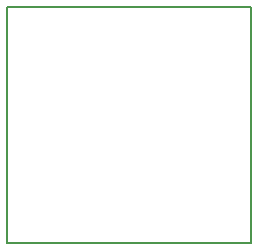
<source format=gbr>
G04 #@! TF.FileFunction,Profile,NP*
%FSLAX46Y46*%
G04 Gerber Fmt 4.6, Leading zero omitted, Abs format (unit mm)*
G04 Created by KiCad (PCBNEW 4.0.2-stable) date 3/23/2016 4:19:06 PM*
%MOMM*%
G01*
G04 APERTURE LIST*
%ADD10C,0.100000*%
%ADD11C,0.150000*%
G04 APERTURE END LIST*
D10*
D11*
X160400000Y-81750000D02*
X160450000Y-81750000D01*
X160400000Y-101750000D02*
X160400000Y-81750000D01*
X181050000Y-101750000D02*
X160400000Y-101750000D01*
X181050000Y-81750000D02*
X181050000Y-101750000D01*
X160400000Y-81750000D02*
X181050000Y-81750000D01*
M02*

</source>
